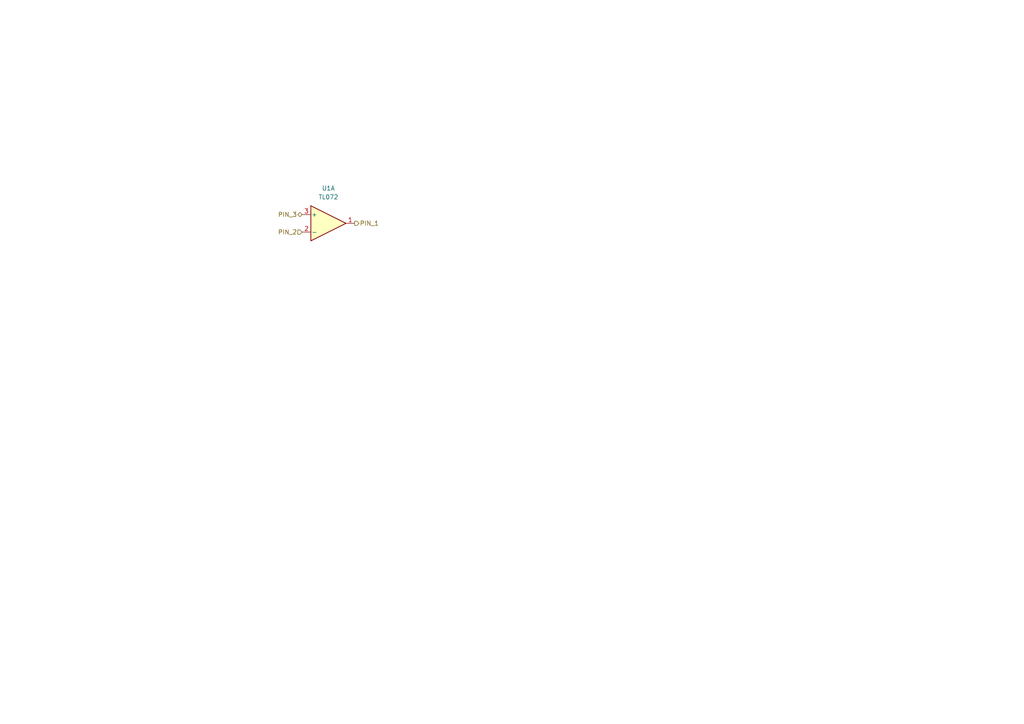
<source format=kicad_sch>
(kicad_sch (version 20231120) (generator "eeschema") (generator_version "8.0")
  (paper "A4")
  (lib_symbols
    (symbol "Amplifier_Operational:TL072" (pin_names (offset 0.127))
      (property "Reference" "U" (at 0 5.08 0))
      (property "Value" "TL072" (at 0 -5.08 0))
      (symbol "TL072_1_1"
        (polyline (pts (xy -5.08 5.08) (xy 5.08 0) (xy -5.08 -5.08) (xy -5.08 5.08)) (stroke (width 0.254)) (fill (type background)))
        (pin output line (at 7.62 0 180) (length 2.54) (name "~") (number "1"))
        (pin input line (at -7.62 -2.54 0) (length 2.54) (name "-") (number "2"))
        (pin input line (at -7.62 2.54 0) (length 2.54) (name "+") (number "3"))
      )
      (symbol "TL072_2_1"
        (polyline (pts (xy -5.08 5.08) (xy 5.08 0) (xy -5.08 -5.08) (xy -5.08 5.08)) (stroke (width 0.254)) (fill (type background)))
        (pin input line (at -7.62 2.54 0) (length 2.54) (name "+") (number "5"))
        (pin input line (at -7.62 -2.54 0) (length 2.54) (name "-") (number "6"))
        (pin output line (at 7.62 0 180) (length 2.54) (name "~") (number "7"))
      )
      (symbol "TL072_3_1"
        (pin power_in line (at -2.54 -7.62 90) (length 3.81) (name "V-") (number "4"))
        (pin power_in line (at -2.54 7.62 270) (length 3.81) (name "V+") (number "8"))
      )
    )
  )
  (hierarchical_label "PIN_2" (shape input) (at 87.63 67.31 180))
  (hierarchical_label "PIN_1" (shape output) (at 102.87 64.77 0))
  (hierarchical_label "PIN_3" (shape bidirectional) (at 87.63 62.23 180))
  (symbol (lib_id "Amplifier_Operational:TL072") (at 95.25 64.77 0) (unit 1)
    (property "Reference" "U1" (at 95.25 54.61 0))
    (property "Value" "TL072" (at 95.25 57.15 0))
    (property "Datasheet" "http://www.ti.com/lit/ds/symlink/tl071.pdf" (effects (hide yes)))
    (property "Description" "Dual Low-Noise JFET-Input Operational Amplifiers, DIP-8/SOIC-8" (effects (hide yes)))
  )
)
</source>
